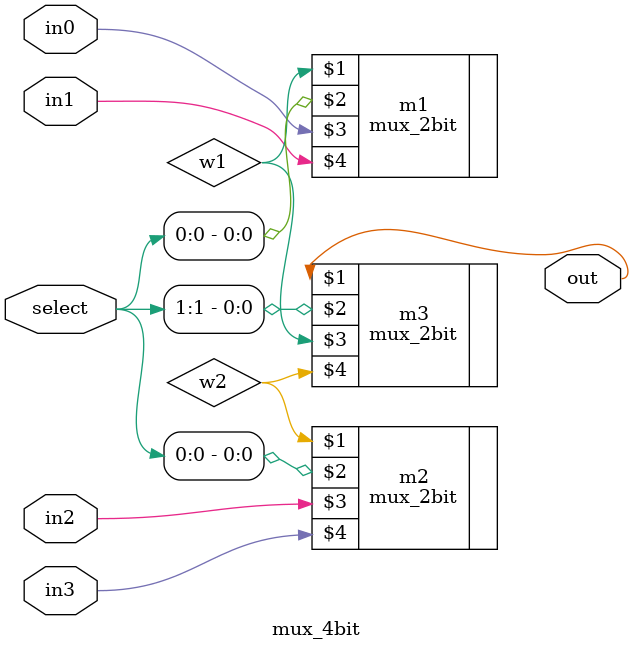
<source format=v>
module mux_4bit(out, select, in0, in1, in2, in3);
    input [1:0] select;
    input in0, in1, in2, in3;
    output out;

    wire w1, w2;

    mux_2bit m1(w1, select[0], in0, in1);
    mux_2bit m2(w2, select[0], in2, in3);
    mux_2bit m3(out, select[1], w1, w2);
endmodule
</source>
